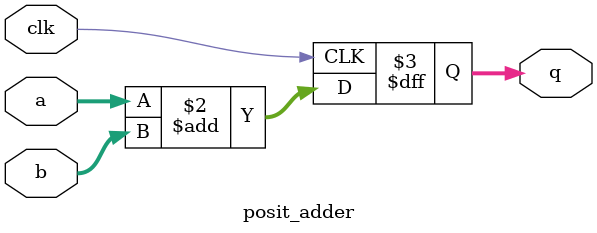
<source format=sv>
module posit_adder (clk, a, b, q);
	parameter WIDTH=8;
	input logic clk;
	input logic signed [WIDTH-1:0] a, b;
	output logic signed [WIDTH-1:0] q;	

// assign q = a + b;

always_ff @(posedge clk) begin
	q <= a + b;
end

// `ifdef COCOTB_SIM
// initial begin
//   $dumpfile ("trace.vcd");
//   $dumpvars (0, signed_add);
// end
// `endif
endmodule : posit_adder


</source>
